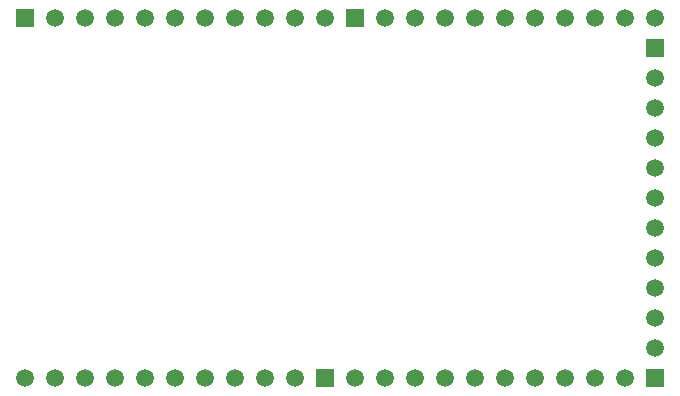
<source format=gbl>
G04 Layer: BottomLayer*
G04 EasyEDA v6.5.29, 2023-07-16 09:38:32*
G04 6daab3e9de084c3e9e407c93523b43d4,e855215096054eb7bd5858a7ef804e70,10*
G04 Gerber Generator version 0.2*
G04 Scale: 100 percent, Rotated: No, Reflected: No *
G04 Dimensions in millimeters *
G04 leading zeros omitted , absolute positions ,4 integer and 5 decimal *
%FSLAX45Y45*%
%MOMM*%

%ADD10C,1.4986*%
%ADD11R,1.4986X1.4986*%

%LPD*%
D10*
G01*
X1155700Y1003300D03*
G01*
X1409700Y1003300D03*
G01*
X1663700Y1003300D03*
G01*
X1917700Y1003300D03*
G01*
X2171700Y1003300D03*
G01*
X2425700Y1003300D03*
G01*
X2679700Y1003300D03*
G01*
X2933700Y1003300D03*
G01*
X3187700Y1003300D03*
G01*
X3441700Y1003300D03*
D11*
G01*
X3695700Y1003300D03*
D10*
G01*
X3949700Y1003300D03*
G01*
X4203700Y1003300D03*
G01*
X4457700Y1003300D03*
G01*
X4711700Y1003300D03*
G01*
X4965700Y1003300D03*
G01*
X5219700Y1003300D03*
G01*
X5473700Y1003300D03*
G01*
X5727700Y1003300D03*
G01*
X5981700Y1003300D03*
G01*
X6235700Y1003300D03*
D11*
G01*
X6489700Y1003300D03*
D10*
G01*
X3695700Y4051300D03*
G01*
X3441700Y4051300D03*
G01*
X3187700Y4051300D03*
G01*
X2933700Y4051300D03*
G01*
X2679700Y4051300D03*
G01*
X2425700Y4051300D03*
G01*
X2171700Y4051300D03*
G01*
X1917700Y4051300D03*
G01*
X1663700Y4051300D03*
G01*
X1409700Y4051300D03*
D11*
G01*
X1155700Y4051300D03*
D10*
G01*
X6489700Y4051300D03*
G01*
X6235700Y4051300D03*
G01*
X5981700Y4051300D03*
G01*
X5727700Y4051300D03*
G01*
X5473700Y4051300D03*
G01*
X5219700Y4051300D03*
G01*
X4965700Y4051300D03*
G01*
X4711700Y4051300D03*
G01*
X4457700Y4051300D03*
G01*
X4203700Y4051300D03*
D11*
G01*
X3949700Y4051300D03*
D10*
G01*
X6489700Y1257300D03*
G01*
X6489700Y1511300D03*
G01*
X6489700Y1765300D03*
G01*
X6489700Y2019300D03*
G01*
X6489700Y2273300D03*
G01*
X6489700Y2527300D03*
G01*
X6489700Y2781300D03*
G01*
X6489700Y3035300D03*
G01*
X6489700Y3289300D03*
G01*
X6489700Y3543300D03*
D11*
G01*
X6489700Y3797300D03*
M02*

</source>
